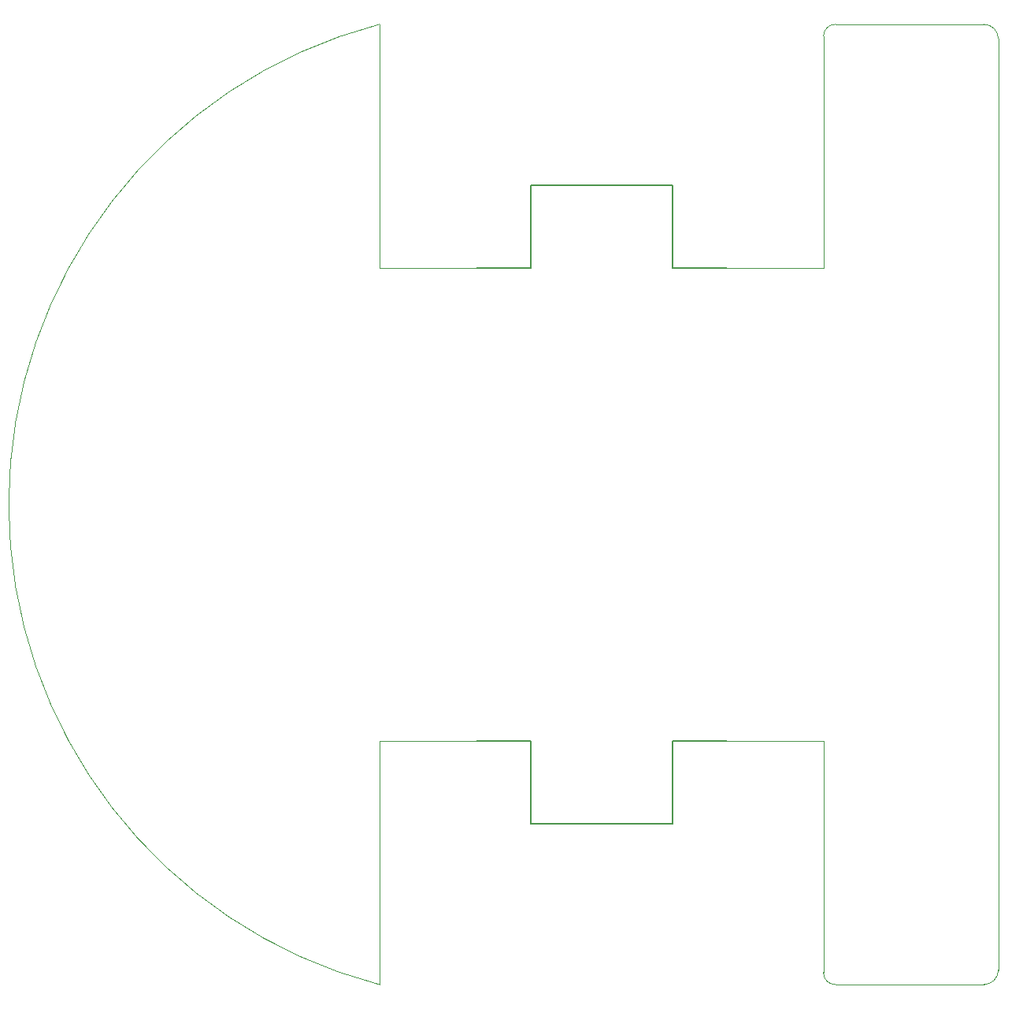
<source format=gm1>
G04 #@! TF.GenerationSoftware,KiCad,Pcbnew,(6.0.7)*
G04 #@! TF.CreationDate,2022-12-27T10:26:11-05:00*
G04 #@! TF.ProjectId,Micromouse-kicad,4d696372-6f6d-46f7-9573-652d6b696361,rev?*
G04 #@! TF.SameCoordinates,Original*
G04 #@! TF.FileFunction,Profile,NP*
%FSLAX46Y46*%
G04 Gerber Fmt 4.6, Leading zero omitted, Abs format (unit mm)*
G04 Created by KiCad (PCBNEW (6.0.7)) date 2022-12-27 10:26:11*
%MOMM*%
%LPD*%
G01*
G04 APERTURE LIST*
G04 #@! TA.AperFunction,Profile*
%ADD10C,0.200000*%
G04 #@! TD*
G04 #@! TA.AperFunction,Profile*
%ADD11C,0.100000*%
G04 #@! TD*
G04 APERTURE END LIST*
D10*
X166116000Y-128016000D02*
X160274000Y-128016000D01*
X160274000Y-68326000D02*
X145034000Y-68326000D01*
D11*
X128778000Y-77216000D02*
X139192000Y-77216000D01*
X193802000Y-154178000D02*
G75*
G03*
X195326000Y-152654000I0J1524000D01*
G01*
X176530000Y-52324000D02*
X176530000Y-77216000D01*
D10*
X160274000Y-128016000D02*
X160274000Y-136906000D01*
D11*
X128778000Y-51054000D02*
G75*
G03*
X128778000Y-154178000I13462020J-51562000D01*
G01*
X177800000Y-51054000D02*
X193802000Y-51054000D01*
X176530000Y-128016000D02*
X176530000Y-152908000D01*
X176530000Y-152908000D02*
G75*
G03*
X177800000Y-154178000I1270000J0D01*
G01*
X166116000Y-128016000D02*
X176530000Y-128016000D01*
D10*
X145034000Y-77216000D02*
X139192000Y-77216000D01*
X145034000Y-128016000D02*
X139192000Y-128016000D01*
D11*
X177800000Y-154178000D02*
X193802000Y-154178000D01*
X128778000Y-154178000D02*
X128778000Y-128016000D01*
X177800000Y-51054000D02*
G75*
G03*
X176530000Y-52324000I0J-1270000D01*
G01*
D10*
X166116000Y-77216000D02*
X160274000Y-77216000D01*
D11*
X195326000Y-52578000D02*
G75*
G03*
X193802000Y-51054000I-1524000J0D01*
G01*
D10*
X160274000Y-136906000D02*
X145034000Y-136906000D01*
X160274000Y-77216000D02*
X160274000Y-68326000D01*
X145034000Y-136906000D02*
X145034000Y-128016000D01*
D11*
X166116000Y-77216000D02*
X176530000Y-77216000D01*
X128778000Y-77216000D02*
X128778000Y-51054000D01*
D10*
X145034000Y-68326000D02*
X145034000Y-77216000D01*
D11*
X128778000Y-128016000D02*
X139192000Y-128016000D01*
X195326000Y-52578000D02*
X195326000Y-152654000D01*
M02*

</source>
